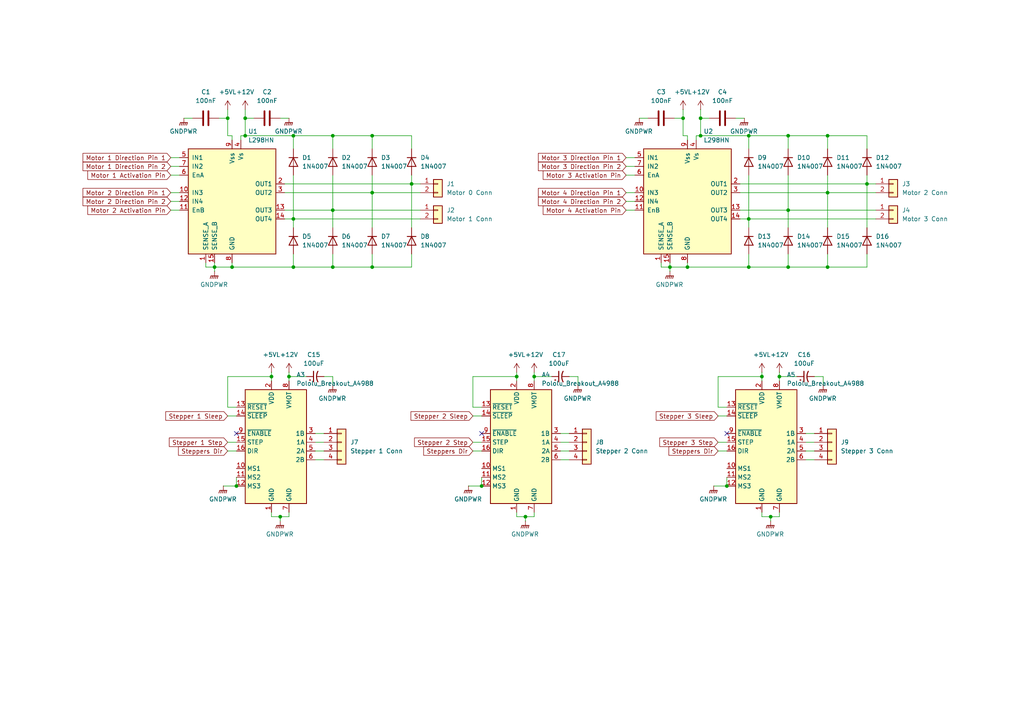
<source format=kicad_sch>
(kicad_sch (version 20250114) (generator "eeschema") (generator_version "9.0")
  (paper "A4")
  (lib_symbols
    (symbol "Connector_Generic:Conn_01x02" (pin_names (offset 1.016) (hide yes))
      (property "Reference" "J" (at 0 2.54 0))
      (property "Value" "Conn_01x02" (at 0 -5.08 0))
      (symbol "Conn_01x02_1_1"
        (rectangle (start -1.27 1.27) (end 1.27 -3.81) (stroke (width 0.254)) (fill (type background)))
        (rectangle (start -1.27 0.127) (end 0 -0.127) (stroke (width 0.1524)))
        (rectangle (start -1.27 -2.413) (end 0 -2.667) (stroke (width 0.1524)))
        (pin passive line (at -5.08 0 0) (length 3.81) (name "Pin_1") (number "1"))
        (pin passive line (at -5.08 -2.54 0) (length 3.81) (name "Pin_2") (number "2"))
      )
    )
    (symbol "Connector_Generic:Conn_01x04" (pin_names (offset 1.016) (hide yes))
      (property "Reference" "J" (at 0 5.08 0))
      (property "Value" "Conn_01x04" (at 0 -7.62 0))
      (symbol "Conn_01x04_1_1"
        (rectangle (start -1.27 3.81) (end 1.27 -6.35) (stroke (width 0.254)) (fill (type background)))
        (rectangle (start -1.27 2.667) (end 0 2.413) (stroke (width 0.1524)))
        (rectangle (start -1.27 0.127) (end 0 -0.127) (stroke (width 0.1524)))
        (rectangle (start -1.27 -2.413) (end 0 -2.667) (stroke (width 0.1524)))
        (rectangle (start -1.27 -4.953) (end 0 -5.207) (stroke (width 0.1524)))
        (pin passive line (at -5.08 2.54 0) (length 3.81) (name "Pin_1") (number "1"))
        (pin passive line (at -5.08 0 0) (length 3.81) (name "Pin_2") (number "2"))
        (pin passive line (at -5.08 -2.54 0) (length 3.81) (name "Pin_3") (number "3"))
        (pin passive line (at -5.08 -5.08 0) (length 3.81) (name "Pin_4") (number "4"))
      )
    )
    (symbol "Device:C" (pin_numbers (hide yes)) (pin_names (offset 0.254))
      (property "Reference" "C" (at 0.635 2.54 0))
      (property "Value" "C" (at 0.635 -2.54 0))
      (symbol "C_0_1"
        (polyline (pts (xy -2.032 0.762) (xy 2.032 0.762)) (stroke (width 0.508)))
        (polyline (pts (xy -2.032 -0.762) (xy 2.032 -0.762)) (stroke (width 0.508)))
      )
      (symbol "C_1_1"
        (pin passive line (at 0 3.81 270) (length 2.794) (name "~") (number "1"))
        (pin passive line (at 0 -3.81 90) (length 2.794) (name "~") (number "2"))
      )
    )
    (symbol "Device:C_Polarized_Small_US" (pin_numbers (hide yes)) (pin_names (offset 0.254) (hide yes))
      (property "Reference" "C" (at 0.254 1.778 0))
      (property "Value" "C_Polarized_Small_US" (at 0.254 -2.032 0))
      (symbol "C_Polarized_Small_US_0_1"
        (polyline (pts (xy -1.524 0.508) (xy 1.524 0.508)) (stroke (width 0.3048)))
        (polyline (pts (xy -1.27 1.524) (xy -0.762 1.524)))
        (polyline (pts (xy -1.016 1.27) (xy -1.016 1.778)))
        (arc (start -1.524 -0.762) (mid 0 -0.3734) (end 1.524 -0.762) (stroke (width 0.3048)))
      )
      (symbol "C_Polarized_Small_US_1_1"
        (pin passive line (at 0 2.54 270) (length 2.032) (name "~") (number "1"))
        (pin passive line (at 0 -2.54 90) (length 2.032) (name "~") (number "2"))
      )
    )
    (symbol "Diode:1N4007" (pin_numbers (hide yes)) (pin_names (hide yes))
      (property "Reference" "D" (at 0 2.54 0))
      (property "Value" "1N4007" (at 0 -2.54 0))
      (symbol "1N4007_0_1"
        (polyline (pts (xy -1.27 1.27) (xy -1.27 -1.27)) (stroke (width 0.254)))
        (polyline (pts (xy 1.27 1.27) (xy 1.27 -1.27) (xy -1.27 0) (xy 1.27 1.27)) (stroke (width 0.254)))
        (polyline (pts (xy 1.27 0) (xy -1.27 0)))
      )
      (symbol "1N4007_1_1"
        (pin passive line (at -3.81 0 0) (length 2.54) (name "K") (number "1"))
        (pin passive line (at 3.81 0 180) (length 2.54) (name "A") (number "2"))
      )
    )
    (symbol "Driver_Motor:L298HN" (pin_names (offset 1.016))
      (property "Reference" "U" (at -10.16 16.51 0))
      (property "Value" "L298HN" (at 12.7 16.51 0))
      (symbol "L298HN_0_1"
        (rectangle (start -12.7 15.24) (end 12.7 -15.24) (stroke (width 0.254)) (fill (type background)))
      )
      (symbol "L298HN_1_1"
        (pin input line (at -15.24 12.7 0) (length 2.54) (name "IN1") (number "5"))
        (pin input line (at -15.24 10.16 0) (length 2.54) (name "IN2") (number "7"))
        (pin input line (at -15.24 7.62 0) (length 2.54) (name "EnA") (number "6"))
        (pin input line (at -15.24 2.54 0) (length 2.54) (name "IN3") (number "10"))
        (pin input line (at -15.24 0 0) (length 2.54) (name "IN4") (number "12"))
        (pin input line (at -15.24 -2.54 0) (length 2.54) (name "EnB") (number "11"))
        (pin power_in line (at -7.62 -17.78 90) (length 2.54) (name "SENSE_A") (number "1"))
        (pin power_in line (at -5.08 -17.78 90) (length 2.54) (name "SENSE_B") (number "15"))
        (pin power_in line (at 0 17.78 270) (length 2.54) (name "Vss") (number "9"))
        (pin power_in line (at 0 -17.78 90) (length 2.54) (name "GND") (number "8"))
        (pin power_in line (at 2.54 17.78 270) (length 2.54) (name "Vs") (number "4"))
        (pin output line (at 15.24 5.08 180) (length 2.54) (name "OUT1") (number "2"))
        (pin output line (at 15.24 2.54 180) (length 2.54) (name "OUT2") (number "3"))
        (pin output line (at 15.24 -2.54 180) (length 2.54) (name "OUT3") (number "13"))
        (pin output line (at 15.24 -5.08 180) (length 2.54) (name "OUT4") (number "14"))
      )
    )
    (symbol "Driver_Motor:Pololu_Breakout_A4988"
      (property "Reference" "A" (at -2.54 19.05 0))
      (property "Value" "Pololu_Breakout_A4988" (at -2.54 16.51 0))
      (symbol "Pololu_Breakout_A4988_0_1"
        (rectangle (start 10.16 -17.78) (end -7.62 15.24) (stroke (width 0.254)) (fill (type background)))
      )
      (symbol "Pololu_Breakout_A4988_1_1"
        (pin input line (at -10.16 10.16 0) (length 2.54) (name "~{RESET}") (number "13"))
        (pin input line (at -10.16 7.62 0) (length 2.54) (name "~{SLEEP}") (number "14"))
        (pin input line (at -10.16 2.54 0) (length 2.54) (name "~{ENABLE}") (number "9"))
        (pin input line (at -10.16 0 0) (length 2.54) (name "STEP") (number "15"))
        (pin input line (at -10.16 -2.54 0) (length 2.54) (name "DIR") (number "16"))
        (pin input line (at -10.16 -7.62 0) (length 2.54) (name "MS1") (number "10"))
        (pin input line (at -10.16 -10.16 0) (length 2.54) (name "MS2") (number "11"))
        (pin input line (at -10.16 -12.7 0) (length 2.54) (name "MS3") (number "12"))
        (pin power_in line (at 0 17.78 270) (length 2.54) (name "VDD") (number "2"))
        (pin power_in line (at 0 -20.32 90) (length 2.54) (name "GND") (number "1"))
        (pin power_in line (at 5.08 17.78 270) (length 2.54) (name "VMOT") (number "8"))
        (pin power_in line (at 5.08 -20.32 90) (length 2.54) (name "GND") (number "7"))
        (pin output line (at 12.7 2.54 180) (length 2.54) (name "1B") (number "3"))
        (pin output line (at 12.7 0 180) (length 2.54) (name "1A") (number "4"))
        (pin output line (at 12.7 -2.54 180) (length 2.54) (name "2A") (number "5"))
        (pin output line (at 12.7 -5.08 180) (length 2.54) (name "2B") (number "6"))
      )
    )
    (symbol "power:+12V" (power) (pin_numbers (hide yes)) (pin_names (offset 0) (hide yes))
      (property "Value" "+12V" (at 0 3.556 0))
      (symbol "+12V_0_1"
        (polyline (pts (xy -0.762 1.27) (xy 0 2.54)))
        (polyline (pts (xy 0 2.54) (xy 0.762 1.27)))
        (polyline (pts (xy 0 0) (xy 0 2.54)))
      )
      (symbol "+12V_1_1"
        (pin power_in line (at 0 0 90) (length 0) (name "~") (number "1"))
      )
    )
    (symbol "power:+5VL" (power) (pin_numbers (hide yes)) (pin_names (offset 0) (hide yes))
      (property "Value" "+5VL" (at 0 3.556 0))
      (symbol "+5VL_0_1"
        (polyline (pts (xy -0.762 1.27) (xy 0 2.54)))
        (polyline (pts (xy 0 2.54) (xy 0.762 1.27)))
        (polyline (pts (xy 0 0) (xy 0 2.54)))
      )
      (symbol "+5VL_1_1"
        (pin power_in line (at 0 0 90) (length 0) (name "~") (number "1"))
      )
    )
    (symbol "power:GNDPWR" (power) (pin_numbers (hide yes)) (pin_names (offset 0) (hide yes))
      (property "Value" "GNDPWR" (at 0 -3.302 0))
      (symbol "GNDPWR_0_1"
        (polyline (pts (xy -1.016 -1.27) (xy -1.27 -2.032) (xy -1.27 -2.032)) (stroke (width 0.2032)))
        (polyline (pts (xy -0.508 -1.27) (xy -0.762 -2.032) (xy -0.762 -2.032)) (stroke (width 0.2032)))
        (polyline (pts (xy 0 -1.27) (xy 0 0)))
        (polyline (pts (xy 0 -1.27) (xy -0.254 -2.032) (xy -0.254 -2.032)) (stroke (width 0.2032)))
        (polyline (pts (xy 0.508 -1.27) (xy 0.254 -2.032) (xy 0.254 -2.032)) (stroke (width 0.2032)))
        (polyline (pts (xy 1.016 -1.27) (xy -1.016 -1.27) (xy -1.016 -1.27)) (stroke (width 0.2032)))
        (polyline (pts (xy 1.016 -1.27) (xy 0.762 -2.032) (xy 0.762 -2.032) (xy 0.762 -2.032)) (stroke (width 0.2032)))
      )
      (symbol "GNDPWR_1_1"
        (pin power_in line (at 0 0 270) (length 0) (name "~") (number "1"))
      )
    )
  )
  (junction (at 228.6 60.96))
  (junction (at 78.74 109.22))
  (junction (at 149.86 109.22))
  (junction (at 83.82 109.22))
  (junction (at 107.95 39.37))
  (junction (at 96.52 77.47))
  (junction (at 228.6 77.47))
  (junction (at 154.94 109.22))
  (junction (at 85.09 77.47))
  (junction (at 81.28 149.86))
  (junction (at 217.17 63.5))
  (junction (at 85.09 39.37))
  (junction (at 96.52 60.96))
  (junction (at 194.31 77.47))
  (junction (at 210.82 140.97))
  (junction (at 152.4 149.86))
  (junction (at 119.38 53.34))
  (junction (at 240.03 39.37))
  (junction (at 223.52 149.86))
  (junction (at 66.04 34.29))
  (junction (at 240.03 55.88))
  (junction (at 203.2 34.29))
  (junction (at 67.31 77.47))
  (junction (at 85.09 63.5))
  (junction (at 107.95 55.88))
  (junction (at 240.03 77.47))
  (junction (at 198.12 34.29))
  (junction (at 217.17 39.37))
  (junction (at 203.2 39.37))
  (junction (at 217.17 77.47))
  (junction (at 71.12 34.29))
  (junction (at 68.58 140.97))
  (junction (at 251.46 53.34))
  (junction (at 199.39 77.47))
  (junction (at 71.12 39.37))
  (junction (at 107.95 77.47))
  (junction (at 62.23 77.47))
  (junction (at 96.52 39.37))
  (junction (at 220.98 109.22))
  (junction (at 226.06 109.22))
  (junction (at 139.7 140.97))
  (junction (at 228.6 39.37))
  (no_connect (at 68.58 125.73))
  (no_connect (at 210.82 125.73))
  (no_connect (at 139.7 125.73))
  (wire (pts (xy 207.01 140.97) (xy 210.82 140.97)))
  (wire (pts (xy 217.17 63.5) (xy 254 63.5)))
  (wire (pts (xy 71.12 34.29) (xy 71.12 39.37)))
  (wire (pts (xy 198.12 31.75) (xy 198.12 34.29)))
  (wire (pts (xy 181.61 45.72) (xy 184.15 45.72)))
  (wire (pts (xy 238.76 109.22) (xy 238.76 111.76)))
  (wire (pts (xy 107.95 39.37) (xy 119.38 39.37)))
  (wire (pts (xy 220.98 149.86) (xy 223.52 149.86)))
  (wire (pts (xy 85.09 63.5) (xy 85.09 66.04)))
  (wire (pts (xy 59.69 76.2) (xy 59.69 77.47)))
  (wire (pts (xy 214.63 60.96) (xy 228.6 60.96)))
  (wire (pts (xy 228.6 77.47) (xy 240.03 77.47)))
  (wire (pts (xy 208.28 109.22) (xy 220.98 109.22)))
  (wire (pts (xy 217.17 63.5) (xy 217.17 66.04)))
  (wire (pts (xy 201.93 39.37) (xy 203.2 39.37)))
  (wire (pts (xy 191.77 77.47) (xy 194.31 77.47)))
  (wire (pts (xy 251.46 50.8) (xy 251.46 53.34)))
  (wire (pts (xy 82.55 63.5) (xy 85.09 63.5)))
  (wire (pts (xy 233.68 125.73) (xy 236.22 125.73)))
  (wire (pts (xy 199.39 76.2) (xy 199.39 77.47)))
  (wire (pts (xy 139.7 138.43) (xy 139.7 140.97)))
  (wire (pts (xy 226.06 109.22) (xy 226.06 110.49)))
  (wire (pts (xy 214.63 63.5) (xy 217.17 63.5)))
  (wire (pts (xy 66.04 39.37) (xy 67.31 39.37)))
  (wire (pts (xy 223.52 151.13) (xy 223.52 149.86)))
  (wire (pts (xy 217.17 43.18) (xy 217.17 39.37)))
  (wire (pts (xy 119.38 73.66) (xy 119.38 77.47)))
  (wire (pts (xy 214.63 55.88) (xy 240.03 55.88)))
  (wire (pts (xy 91.44 125.73) (xy 93.98 125.73)))
  (wire (pts (xy 162.56 133.35) (xy 165.1 133.35)))
  (wire (pts (xy 66.04 120.65) (xy 68.58 120.65)))
  (wire (pts (xy 240.03 73.66) (xy 240.03 77.47)))
  (wire (pts (xy 85.09 77.47) (xy 96.52 77.47)))
  (wire (pts (xy 81.28 151.13) (xy 81.28 149.86)))
  (wire (pts (xy 91.44 130.81) (xy 93.98 130.81)))
  (wire (pts (xy 49.53 45.72) (xy 52.07 45.72)))
  (wire (pts (xy 96.52 50.8) (xy 96.52 60.96)))
  (wire (pts (xy 66.04 109.22) (xy 78.74 109.22)))
  (wire (pts (xy 162.56 130.81) (xy 165.1 130.81)))
  (wire (pts (xy 85.09 73.66) (xy 85.09 77.47)))
  (wire (pts (xy 217.17 50.8) (xy 217.17 63.5)))
  (wire (pts (xy 217.17 73.66) (xy 217.17 77.47)))
  (wire (pts (xy 162.56 125.73) (xy 165.1 125.73)))
  (wire (pts (xy 67.31 76.2) (xy 67.31 77.47)))
  (wire (pts (xy 67.31 39.37) (xy 67.31 40.64)))
  (wire (pts (xy 107.95 55.88) (xy 121.92 55.88)))
  (wire (pts (xy 63.5 34.29) (xy 66.04 34.29)))
  (wire (pts (xy 83.82 107.95) (xy 83.82 109.22)))
  (wire (pts (xy 199.39 77.47) (xy 217.17 77.47)))
  (wire (pts (xy 68.58 138.43) (xy 68.58 140.97)))
  (wire (pts (xy 154.94 109.22) (xy 160.02 109.22)))
  (wire (pts (xy 181.61 50.8) (xy 184.15 50.8)))
  (wire (pts (xy 226.06 107.95) (xy 226.06 109.22)))
  (wire (pts (xy 167.64 109.22) (xy 167.64 111.76)))
  (wire (pts (xy 53.34 34.29) (xy 55.88 34.29)))
  (wire (pts (xy 96.52 109.22) (xy 96.52 111.76)))
  (wire (pts (xy 220.98 107.95) (xy 220.98 109.22)))
  (wire (pts (xy 198.12 34.29) (xy 198.12 39.37)))
  (wire (pts (xy 107.95 55.88) (xy 107.95 66.04)))
  (wire (pts (xy 137.16 128.27) (xy 139.7 128.27)))
  (wire (pts (xy 154.94 148.59) (xy 154.94 149.86)))
  (wire (pts (xy 228.6 73.66) (xy 228.6 77.47)))
  (wire (pts (xy 220.98 148.59) (xy 220.98 149.86)))
  (wire (pts (xy 96.52 39.37) (xy 107.95 39.37)))
  (wire (pts (xy 203.2 39.37) (xy 217.17 39.37)))
  (wire (pts (xy 162.56 128.27) (xy 165.1 128.27)))
  (wire (pts (xy 96.52 73.66) (xy 96.52 77.47)))
  (wire (pts (xy 93.98 109.22) (xy 96.52 109.22)))
  (wire (pts (xy 228.6 60.96) (xy 254 60.96)))
  (wire (pts (xy 137.16 118.11) (xy 139.7 118.11)))
  (wire (pts (xy 203.2 34.29) (xy 205.74 34.29)))
  (wire (pts (xy 83.82 109.22) (xy 88.9 109.22)))
  (wire (pts (xy 149.86 109.22) (xy 149.86 110.49)))
  (wire (pts (xy 240.03 50.8) (xy 240.03 55.88)))
  (wire (pts (xy 83.82 149.86) (xy 81.28 149.86)))
  (wire (pts (xy 91.44 128.27) (xy 93.98 128.27)))
  (wire (pts (xy 220.98 109.22) (xy 220.98 110.49)))
  (wire (pts (xy 49.53 50.8) (xy 52.07 50.8)))
  (wire (pts (xy 165.1 109.22) (xy 167.64 109.22)))
  (wire (pts (xy 66.04 31.75) (xy 66.04 34.29)))
  (wire (pts (xy 181.61 48.26) (xy 184.15 48.26)))
  (wire (pts (xy 208.28 118.11) (xy 210.82 118.11)))
  (wire (pts (xy 83.82 109.22) (xy 83.82 110.49)))
  (wire (pts (xy 66.04 118.11) (xy 68.58 118.11)))
  (wire (pts (xy 199.39 39.37) (xy 198.12 39.37)))
  (wire (pts (xy 85.09 63.5) (xy 121.92 63.5)))
  (wire (pts (xy 199.39 77.47) (xy 194.31 77.47)))
  (wire (pts (xy 240.03 55.88) (xy 240.03 66.04)))
  (wire (pts (xy 137.16 118.11) (xy 137.16 109.22)))
  (wire (pts (xy 233.68 133.35) (xy 236.22 133.35)))
  (wire (pts (xy 107.95 73.66) (xy 107.95 77.47)))
  (wire (pts (xy 81.28 34.29) (xy 83.82 34.29)))
  (wire (pts (xy 240.03 55.88) (xy 254 55.88)))
  (wire (pts (xy 203.2 34.29) (xy 203.2 39.37)))
  (wire (pts (xy 149.86 148.59) (xy 149.86 149.86)))
  (wire (pts (xy 208.28 130.81) (xy 210.82 130.81)))
  (wire (pts (xy 78.74 109.22) (xy 78.74 110.49)))
  (wire (pts (xy 91.44 133.35) (xy 93.98 133.35)))
  (wire (pts (xy 208.28 120.65) (xy 210.82 120.65)))
  (wire (pts (xy 107.95 50.8) (xy 107.95 55.88)))
  (wire (pts (xy 137.16 120.65) (xy 139.7 120.65)))
  (wire (pts (xy 119.38 43.18) (xy 119.38 39.37)))
  (wire (pts (xy 154.94 107.95) (xy 154.94 109.22)))
  (wire (pts (xy 82.55 60.96) (xy 96.52 60.96)))
  (wire (pts (xy 240.03 39.37) (xy 240.03 43.18)))
  (wire (pts (xy 82.55 55.88) (xy 107.95 55.88)))
  (wire (pts (xy 137.16 130.81) (xy 139.7 130.81)))
  (wire (pts (xy 64.77 140.97) (xy 68.58 140.97)))
  (wire (pts (xy 152.4 151.13) (xy 152.4 149.86)))
  (wire (pts (xy 228.6 50.8) (xy 228.6 60.96)))
  (wire (pts (xy 71.12 39.37) (xy 85.09 39.37)))
  (wire (pts (xy 210.82 138.43) (xy 210.82 140.97)))
  (wire (pts (xy 226.06 148.59) (xy 226.06 149.86)))
  (wire (pts (xy 66.04 34.29) (xy 66.04 39.37)))
  (wire (pts (xy 149.86 107.95) (xy 149.86 109.22)))
  (wire (pts (xy 214.63 53.34) (xy 251.46 53.34)))
  (wire (pts (xy 228.6 39.37) (xy 217.17 39.37)))
  (wire (pts (xy 83.82 148.59) (xy 83.82 149.86)))
  (wire (pts (xy 85.09 77.47) (xy 67.31 77.47)))
  (wire (pts (xy 195.58 34.29) (xy 198.12 34.29)))
  (wire (pts (xy 96.52 60.96) (xy 121.92 60.96)))
  (wire (pts (xy 251.46 39.37) (xy 240.03 39.37)))
  (wire (pts (xy 69.85 39.37) (xy 69.85 40.64)))
  (wire (pts (xy 71.12 34.29) (xy 73.66 34.29)))
  (wire (pts (xy 228.6 60.96) (xy 228.6 66.04)))
  (wire (pts (xy 71.12 39.37) (xy 69.85 39.37)))
  (wire (pts (xy 107.95 39.37) (xy 107.95 43.18)))
  (wire (pts (xy 236.22 109.22) (xy 238.76 109.22)))
  (wire (pts (xy 78.74 148.59) (xy 78.74 149.86)))
  (wire (pts (xy 96.52 39.37) (xy 96.52 43.18)))
  (wire (pts (xy 62.23 77.47) (xy 67.31 77.47)))
  (wire (pts (xy 85.09 50.8) (xy 85.09 63.5)))
  (wire (pts (xy 251.46 53.34) (xy 251.46 66.04)))
  (wire (pts (xy 96.52 60.96) (xy 96.52 66.04)))
  (wire (pts (xy 240.03 77.47) (xy 251.46 77.47)))
  (wire (pts (xy 240.03 39.37) (xy 228.6 39.37)))
  (wire (pts (xy 149.86 149.86) (xy 152.4 149.86)))
  (wire (pts (xy 233.68 130.81) (xy 236.22 130.81)))
  (wire (pts (xy 66.04 128.27) (xy 68.58 128.27)))
  (wire (pts (xy 203.2 31.75) (xy 203.2 34.29)))
  (wire (pts (xy 49.53 60.96) (xy 52.07 60.96)))
  (wire (pts (xy 226.06 149.86) (xy 223.52 149.86)))
  (wire (pts (xy 181.61 60.96) (xy 184.15 60.96)))
  (wire (pts (xy 185.42 34.29) (xy 187.96 34.29)))
  (wire (pts (xy 85.09 39.37) (xy 85.09 43.18)))
  (wire (pts (xy 96.52 77.47) (xy 107.95 77.47)))
  (wire (pts (xy 71.12 31.75) (xy 71.12 34.29)))
  (wire (pts (xy 208.28 118.11) (xy 208.28 109.22)))
  (wire (pts (xy 233.68 128.27) (xy 236.22 128.27)))
  (wire (pts (xy 137.16 109.22) (xy 149.86 109.22)))
  (wire (pts (xy 217.17 77.47) (xy 228.6 77.47)))
  (wire (pts (xy 78.74 107.95) (xy 78.74 109.22)))
  (wire (pts (xy 82.55 53.34) (xy 119.38 53.34)))
  (wire (pts (xy 49.53 48.26) (xy 52.07 48.26)))
  (wire (pts (xy 49.53 55.88) (xy 52.07 55.88)))
  (wire (pts (xy 201.93 40.64) (xy 201.93 39.37)))
  (wire (pts (xy 226.06 109.22) (xy 231.14 109.22)))
  (wire (pts (xy 194.31 77.47) (xy 194.31 76.2)))
  (wire (pts (xy 208.28 128.27) (xy 210.82 128.27)))
  (wire (pts (xy 85.09 39.37) (xy 96.52 39.37)))
  (wire (pts (xy 135.89 140.97) (xy 139.7 140.97)))
  (wire (pts (xy 181.61 58.42) (xy 184.15 58.42)))
  (wire (pts (xy 154.94 149.86) (xy 152.4 149.86)))
  (wire (pts (xy 251.46 73.66) (xy 251.46 77.47)))
  (wire (pts (xy 119.38 50.8) (xy 119.38 53.34)))
  (wire (pts (xy 66.04 118.11) (xy 66.04 109.22)))
  (wire (pts (xy 154.94 109.22) (xy 154.94 110.49)))
  (wire (pts (xy 191.77 76.2) (xy 191.77 77.47)))
  (wire (pts (xy 49.53 58.42) (xy 52.07 58.42)))
  (wire (pts (xy 199.39 40.64) (xy 199.39 39.37)))
  (wire (pts (xy 194.31 77.47) (xy 194.31 78.74)))
  (wire (pts (xy 62.23 76.2) (xy 62.23 77.47)))
  (wire (pts (xy 62.23 77.47) (xy 62.23 78.74)))
  (wire (pts (xy 213.36 34.29) (xy 215.9 34.29)))
  (wire (pts (xy 251.46 43.18) (xy 251.46 39.37)))
  (wire (pts (xy 59.69 77.47) (xy 62.23 77.47)))
  (wire (pts (xy 251.46 53.34) (xy 254 53.34)))
  (wire (pts (xy 119.38 53.34) (xy 119.38 66.04)))
  (wire (pts (xy 181.61 55.88) (xy 184.15 55.88)))
  (wire (pts (xy 107.95 77.47) (xy 119.38 77.47)))
  (wire (pts (xy 119.38 53.34) (xy 121.92 53.34)))
  (wire (pts (xy 228.6 43.18) (xy 228.6 39.37)))
  (wire (pts (xy 66.04 130.81) (xy 68.58 130.81)))
  (wire (pts (xy 78.74 149.86) (xy 81.28 149.86)))
  (global_label "Motor 3 Direction Pin 1" (shape input) (at 181.61 45.72 180) (property "Intersheetrefs" "${INTERSHEET_REFS}" (effects (hide yes))))
  (global_label "Stepper 1 Step" (shape input) (at 66.04 128.27 180) (property "Intersheetrefs" "${INTERSHEET_REFS}" (effects (hide yes))))
  (global_label "Motor 4 Activation Pin" (shape input) (at 181.61 60.96 180) (property "Intersheetrefs" "${INTERSHEET_REFS}" (effects (hide yes))))
  (global_label "Stepper 3 Step" (shape input) (at 208.28 128.27 180) (property "Intersheetrefs" "${INTERSHEET_REFS}" (effects (hide yes))))
  (global_label "Stepper 2 Sleep" (shape input) (at 137.16 120.65 180) (property "Intersheetrefs" "${INTERSHEET_REFS}" (effects (hide yes))))
  (global_label "Motor 1 Activation Pin" (shape input) (at 49.53 50.8 180) (property "Intersheetrefs" "${INTERSHEET_REFS}" (effects (hide yes))))
  (global_label "Steppers Dir" (shape input) (at 66.04 130.81 180) (property "Intersheetrefs" "${INTERSHEET_REFS}" (effects (hide yes))))
  (global_label "Motor 3 Activation Pin" (shape input) (at 181.61 50.8 180) (property "Intersheetrefs" "${INTERSHEET_REFS}" (effects (hide yes))))
  (global_label "Motor 2 Direction Pin 1" (shape input) (at 49.53 55.88 180) (property "Intersheetrefs" "${INTERSHEET_REFS}" (effects (hide yes))))
  (global_label "Motor 3 Direction Pin 2" (shape input) (at 181.61 48.26 180) (property "Intersheetrefs" "${INTERSHEET_REFS}" (effects (hide yes))))
  (global_label "Motor 1 Direction Pin 1" (shape input) (at 49.53 45.72 180) (property "Intersheetrefs" "${INTERSHEET_REFS}" (effects (hide yes))))
  (global_label "Motor 4 Direction Pin 2" (shape input) (at 181.61 58.42 180) (property "Intersheetrefs" "${INTERSHEET_REFS}" (effects (hide yes))))
  (global_label "Stepper 2 Step" (shape input) (at 137.16 128.27 180) (property "Intersheetrefs" "${INTERSHEET_REFS}" (effects (hide yes))))
  (global_label "Steppers Dir" (shape input) (at 208.28 130.81 180) (property "Intersheetrefs" "${INTERSHEET_REFS}" (effects (hide yes))))
  (global_label "Steppers Dir" (shape input) (at 137.16 130.81 180) (property "Intersheetrefs" "${INTERSHEET_REFS}" (effects (hide yes))))
  (global_label "Motor 1 Direction Pin 2" (shape input) (at 49.53 48.26 180) (property "Intersheetrefs" "${INTERSHEET_REFS}" (effects (hide yes))))
  (global_label "Motor 4 Direction Pin 1" (shape input) (at 181.61 55.88 180) (property "Intersheetrefs" "${INTERSHEET_REFS}" (effects (hide yes))))
  (global_label "Stepper 1 Sleep" (shape input) (at 66.04 120.65 180) (property "Intersheetrefs" "${INTERSHEET_REFS}" (effects (hide yes))))
  (global_label "Motor 2 Activation Pin" (shape input) (at 49.53 60.96 180) (property "Intersheetrefs" "${INTERSHEET_REFS}" (effects (hide yes))))
  (global_label "Motor 2 Direction Pin 2" (shape input) (at 49.53 58.42 180) (property "Intersheetrefs" "${INTERSHEET_REFS}" (effects (hide yes))))
  (global_label "Stepper 3 Sleep" (shape input) (at 208.28 120.65 180) (property "Intersheetrefs" "${INTERSHEET_REFS}" (effects (hide yes))))
  (symbol (lib_id "Connector_Generic:Conn_01x02") (at 127 53.34 0) (unit 1)
    (property "Reference" "J1" (at 129.54 53.3399 0) (effects (justify left)))
    (property "Value" "Motor 0 Conn" (at 129.54 55.8799 0) (effects (justify left)))
    (property "Footprint" "Connector_PinHeader_2.54mm:PinHeader_1x02_P2.54mm_Vertical" (effects (hide yes)))
    (property "Description" "Generic connector, single row, 01x02, script generated (kicad-library-utils/schlib/autogen/connector/)" (effects (hide yes)))
  )
  (symbol (lib_id "Diode:1N4007") (at 85.09 46.99 270) (unit 1)
    (property "Reference" "D1" (at 87.63 45.7199 90) (effects (justify left)))
    (property "Value" "1N4007" (at 87.63 48.2599 90) (effects (justify left)))
    (property "Footprint" "Diode_THT:D_DO-41_SOD81_P10.16mm_Horizontal" (effects (hide yes)))
    (property "Datasheet" "http://www.vishay.com/docs/88503/1n4001.pdf" (effects (hide yes)))
    (property "Description" "1000V 1A General Purpose Rectifier Diode, DO-41" (effects (hide yes)))
    (property "Sim.Device" "D" (effects (hide yes)))
    (property "Sim.Pins" "1=K 2=A" (effects (hide yes)))
  )
  (symbol (lib_id "Driver_Motor:L298HN") (at 67.31 58.42 0) (unit 1)
    (property "Reference" "U1" (at 71.9933 38.1 0) (effects (justify left)))
    (property "Value" "L298HN" (at 71.9933 40.64 0) (effects (justify left)))
    (property "Footprint" "Package_TO_SOT_THT:TO-220-15_P2.54x5.08mm_StaggerOdd_Lead4.58mm_Vertical" (effects (hide yes)))
    (property "Datasheet" "http://www.st.com/st-web-ui/static/active/en/resource/technical/document/datasheet/CD00000240.pdf" (effects (hide yes)))
    (property "Description" "Dual full bridge motor driver, up to 46V, 4A, Multiwatt15-H" (effects (hide yes)))
  )
  (symbol (lib_id "Diode:1N4007") (at 217.17 69.85 270) (unit 1)
    (property "Reference" "D13" (at 219.71 68.5799 90) (effects (justify left)))
    (property "Value" "1N4007" (at 219.71 71.1199 90) (effects (justify left)))
    (property "Footprint" "Diode_THT:D_DO-41_SOD81_P10.16mm_Horizontal" (effects (hide yes)))
    (property "Datasheet" "http://www.vishay.com/docs/88503/1n4001.pdf" (effects (hide yes)))
    (property "Description" "1000V 1A General Purpose Rectifier Diode, DO-41" (effects (hide yes)))
    (property "Sim.Device" "D" (effects (hide yes)))
    (property "Sim.Pins" "1=K 2=A" (effects (hide yes)))
  )
  (symbol (lib_id "power:GNDPWR") (at 152.4 151.13 0) (unit 1)
    (property "Reference" "#PWR031" (effects (hide yes)))
    (property "Value" "GNDPWR" (at 152.273 154.94 0))
    (property "Description" "Power symbol creates a global label with name \"GNDPWR\" , global ground" (effects (hide yes)))
  )
  (symbol (lib_id "power:+12V") (at 71.12 31.75 0) (unit 1)
    (property "Reference" "#PWR04" (effects (hide yes)))
    (property "Value" "+12V" (at 71.12 26.67 0))
    (property "Description" "Power symbol creates a global label with name \"+12V\"" (effects (hide yes)))
  )
  (symbol (lib_id "power:GNDPWR") (at 215.9 34.29 0) (unit 1)
    (property "Reference" "#PWR010" (effects (hide yes)))
    (property "Value" "GNDPWR" (at 215.773 38.1 0))
    (property "Description" "Power symbol creates a global label with name \"GNDPWR\" , global ground" (effects (hide yes)))
  )
  (symbol (lib_id "Driver_Motor:Pololu_Breakout_A4988") (at 220.98 128.27 0) (unit 1)
    (property "Reference" "A5" (at 228.2033 107.95 0) (effects (justify left top)))
    (property "Value" "Pololu_Breakout_A4988" (at 228.2033 110.49 0) (effects (justify left top)))
    (property "Footprint" "Module:Pololu_Breakout-16_15.2x20.3mm" (effects (hide yes)))
    (property "Datasheet" "https://www.pololu.com/product/2980/pictures" (effects (hide yes)))
    (property "Description" "Pololu Breakout Board, Stepper Driver A4988" (effects (hide yes)))
  )
  (symbol (lib_id "power:GNDPWR") (at 53.34 34.29 0) (unit 1)
    (property "Reference" "#PWR08" (effects (hide yes)))
    (property "Value" "GNDPWR" (at 53.213 38.1 0))
    (property "Description" "Power symbol creates a global label with name \"GNDPWR\" , global ground" (effects (hide yes)))
  )
  (symbol (lib_id "Connector_Generic:Conn_01x02") (at 259.08 53.34 0) (unit 1)
    (property "Reference" "J3" (at 261.62 53.3399 0) (effects (justify left)))
    (property "Value" "Motor 2 Conn" (at 261.62 55.8799 0) (effects (justify left)))
    (property "Footprint" "Connector_PinHeader_2.54mm:PinHeader_1x02_P2.54mm_Vertical" (effects (hide yes)))
    (property "Description" "Generic connector, single row, 01x02, script generated (kicad-library-utils/schlib/autogen/connector/)" (effects (hide yes)))
  )
  (symbol (lib_id "Diode:1N4007") (at 96.52 69.85 270) (unit 1)
    (property "Reference" "D6" (at 99.06 68.5799 90) (effects (justify left)))
    (property "Value" "1N4007" (at 99.06 71.1199 90) (effects (justify left)))
    (property "Footprint" "Diode_THT:D_DO-41_SOD81_P10.16mm_Horizontal" (effects (hide yes)))
    (property "Datasheet" "http://www.vishay.com/docs/88503/1n4001.pdf" (effects (hide yes)))
    (property "Description" "1000V 1A General Purpose Rectifier Diode, DO-41" (effects (hide yes)))
    (property "Sim.Device" "D" (effects (hide yes)))
    (property "Sim.Pins" "1=K 2=A" (effects (hide yes)))
  )
  (symbol (lib_id "Diode:1N4007") (at 251.46 69.85 270) (unit 1)
    (property "Reference" "D16" (at 254 68.5799 90) (effects (justify left)))
    (property "Value" "1N4007" (at 254 71.1199 90) (effects (justify left)))
    (property "Footprint" "Diode_THT:D_DO-41_SOD81_P10.16mm_Horizontal" (effects (hide yes)))
    (property "Datasheet" "http://www.vishay.com/docs/88503/1n4001.pdf" (effects (hide yes)))
    (property "Description" "1000V 1A General Purpose Rectifier Diode, DO-41" (effects (hide yes)))
    (property "Sim.Device" "D" (effects (hide yes)))
    (property "Sim.Pins" "1=K 2=A" (effects (hide yes)))
  )
  (symbol (lib_id "Device:C_Polarized_Small_US") (at 91.44 109.22 90) (unit 1)
    (property "Reference" "C15" (at 91.0082 102.87 90))
    (property "Value" "100uF" (at 91.0082 105.41 90))
    (property "Footprint" "Capacitor_THT:CP_Radial_D5.0mm_P2.50mm" (effects (hide yes)))
    (property "Description" "Polarized capacitor, small US symbol" (effects (hide yes)))
  )
  (symbol (lib_id "Connector_Generic:Conn_01x04") (at 99.06 128.27 0) (unit 1)
    (property "Reference" "J7" (at 101.6 128.2699 0) (effects (justify left)))
    (property "Value" "Stepper 1 Conn" (at 101.6 130.8099 0) (effects (justify left)))
    (property "Footprint" "Connector_PinHeader_2.54mm:PinHeader_1x04_P2.54mm_Vertical" (effects (hide yes)))
    (property "Description" "Generic connector, single row, 01x04, script generated (kicad-library-utils/schlib/autogen/connector/)" (effects (hide yes)))
  )
  (symbol (lib_id "power:+12V") (at 83.82 107.95 0) (unit 1)
    (property "Reference" "#PWR026" (effects (hide yes)))
    (property "Value" "+12V" (at 83.82 102.87 0))
    (property "Description" "Power symbol creates a global label with name \"+12V\"" (effects (hide yes)))
  )
  (symbol (lib_id "power:GNDPWR") (at 64.77 140.97 0) (unit 1)
    (property "Reference" "#PWR047" (effects (hide yes)))
    (property "Value" "GNDPWR" (at 64.643 144.78 0))
    (property "Description" "Power symbol creates a global label with name \"GNDPWR\" , global ground" (effects (hide yes)))
  )
  (symbol (lib_id "power:GNDPWR") (at 81.28 151.13 0) (unit 1)
    (property "Reference" "#PWR028" (effects (hide yes)))
    (property "Value" "GNDPWR" (at 81.153 154.94 0))
    (property "Description" "Power symbol creates a global label with name \"GNDPWR\" , global ground" (effects (hide yes)))
  )
  (symbol (lib_id "power:GNDPWR") (at 96.52 111.76 0) (unit 1)
    (property "Reference" "#PWR029" (effects (hide yes)))
    (property "Value" "GNDPWR" (at 96.393 115.57 0))
    (property "Description" "Power symbol creates a global label with name \"GNDPWR\" , global ground" (effects (hide yes)))
  )
  (symbol (lib_id "Diode:1N4007") (at 217.17 46.99 270) (unit 1)
    (property "Reference" "D9" (at 219.71 45.7199 90) (effects (justify left)))
    (property "Value" "1N4007" (at 219.71 48.2599 90) (effects (justify left)))
    (property "Footprint" "Diode_THT:D_DO-41_SOD81_P10.16mm_Horizontal" (effects (hide yes)))
    (property "Datasheet" "http://www.vishay.com/docs/88503/1n4001.pdf" (effects (hide yes)))
    (property "Description" "1000V 1A General Purpose Rectifier Diode, DO-41" (effects (hide yes)))
    (property "Sim.Device" "D" (effects (hide yes)))
    (property "Sim.Pins" "1=K 2=A" (effects (hide yes)))
  )
  (symbol (lib_id "Diode:1N4007") (at 85.09 69.85 270) (unit 1)
    (property "Reference" "D5" (at 87.63 68.5799 90) (effects (justify left)))
    (property "Value" "1N4007" (at 87.63 71.1199 90) (effects (justify left)))
    (property "Footprint" "Diode_THT:D_DO-41_SOD81_P10.16mm_Horizontal" (effects (hide yes)))
    (property "Datasheet" "http://www.vishay.com/docs/88503/1n4001.pdf" (effects (hide yes)))
    (property "Description" "1000V 1A General Purpose Rectifier Diode, DO-41" (effects (hide yes)))
    (property "Sim.Device" "D" (effects (hide yes)))
    (property "Sim.Pins" "1=K 2=A" (effects (hide yes)))
  )
  (symbol (lib_id "power:+12V") (at 226.06 107.95 0) (unit 1)
    (property "Reference" "#PWR036" (effects (hide yes)))
    (property "Value" "+12V" (at 226.06 102.87 0))
    (property "Description" "Power symbol creates a global label with name \"+12V\"" (effects (hide yes)))
  )
  (symbol (lib_id "Diode:1N4007") (at 228.6 46.99 270) (unit 1)
    (property "Reference" "D10" (at 231.14 45.7199 90) (effects (justify left)))
    (property "Value" "1N4007" (at 231.14 48.2599 90) (effects (justify left)))
    (property "Footprint" "Diode_THT:D_DO-41_SOD81_P10.16mm_Horizontal" (effects (hide yes)))
    (property "Datasheet" "http://www.vishay.com/docs/88503/1n4001.pdf" (effects (hide yes)))
    (property "Description" "1000V 1A General Purpose Rectifier Diode, DO-41" (effects (hide yes)))
    (property "Sim.Device" "D" (effects (hide yes)))
    (property "Sim.Pins" "1=K 2=A" (effects (hide yes)))
  )
  (symbol (lib_id "Diode:1N4007") (at 96.52 46.99 270) (unit 1)
    (property "Reference" "D2" (at 99.06 45.7199 90) (effects (justify left)))
    (property "Value" "1N4007" (at 99.06 48.2599 90) (effects (justify left)))
    (property "Footprint" "Diode_THT:D_DO-41_SOD81_P10.16mm_Horizontal" (effects (hide yes)))
    (property "Datasheet" "http://www.vishay.com/docs/88503/1n4001.pdf" (effects (hide yes)))
    (property "Description" "1000V 1A General Purpose Rectifier Diode, DO-41" (effects (hide yes)))
    (property "Sim.Device" "D" (effects (hide yes)))
    (property "Sim.Pins" "1=K 2=A" (effects (hide yes)))
  )
  (symbol (lib_id "Diode:1N4007") (at 228.6 69.85 270) (unit 1)
    (property "Reference" "D14" (at 231.14 68.5799 90) (effects (justify left)))
    (property "Value" "1N4007" (at 231.14 71.1199 90) (effects (justify left)))
    (property "Footprint" "Diode_THT:D_DO-41_SOD81_P10.16mm_Horizontal" (effects (hide yes)))
    (property "Datasheet" "http://www.vishay.com/docs/88503/1n4001.pdf" (effects (hide yes)))
    (property "Description" "1000V 1A General Purpose Rectifier Diode, DO-41" (effects (hide yes)))
    (property "Sim.Device" "D" (effects (hide yes)))
    (property "Sim.Pins" "1=K 2=A" (effects (hide yes)))
  )
  (symbol (lib_id "Connector_Generic:Conn_01x04") (at 170.18 128.27 0) (unit 1)
    (property "Reference" "J8" (at 172.72 128.2699 0) (effects (justify left)))
    (property "Value" "Stepper 2 Conn" (at 172.72 130.8099 0) (effects (justify left)))
    (property "Footprint" "Connector_PinHeader_2.54mm:PinHeader_1x04_P2.54mm_Vertical" (effects (hide yes)))
    (property "Description" "Generic connector, single row, 01x04, script generated (kicad-library-utils/schlib/autogen/connector/)" (effects (hide yes)))
  )
  (symbol (lib_id "Diode:1N4007") (at 240.03 69.85 270) (unit 1)
    (property "Reference" "D15" (at 242.57 68.5799 90) (effects (justify left)))
    (property "Value" "1N4007" (at 242.57 71.1199 90) (effects (justify left)))
    (property "Footprint" "Diode_THT:D_DO-41_SOD81_P10.16mm_Horizontal" (effects (hide yes)))
    (property "Datasheet" "http://www.vishay.com/docs/88503/1n4001.pdf" (effects (hide yes)))
    (property "Description" "1000V 1A General Purpose Rectifier Diode, DO-41" (effects (hide yes)))
    (property "Sim.Device" "D" (effects (hide yes)))
    (property "Sim.Pins" "1=K 2=A" (effects (hide yes)))
  )
  (symbol (lib_id "power:GNDPWR") (at 62.23 78.74 0) (unit 1)
    (property "Reference" "#PWR02" (effects (hide yes)))
    (property "Value" "GNDPWR" (at 62.103 82.55 0))
    (property "Description" "Power symbol creates a global label with name \"GNDPWR\" , global ground" (effects (hide yes)))
  )
  (symbol (lib_id "power:+5VL") (at 66.04 31.75 0) (unit 1)
    (property "Reference" "#PWR015" (effects (hide yes)))
    (property "Value" "+5VL" (at 66.04 26.67 0))
    (property "Description" "Power symbol creates a global label with name \"+5VL\"" (effects (hide yes)))
  )
  (symbol (lib_id "power:GNDPWR") (at 83.82 34.29 0) (unit 1)
    (property "Reference" "#PWR07" (effects (hide yes)))
    (property "Value" "GNDPWR" (at 83.693 38.1 0))
    (property "Description" "Power symbol creates a global label with name \"GNDPWR\" , global ground" (effects (hide yes)))
  )
  (symbol (lib_id "Driver_Motor:L298HN") (at 199.39 58.42 0) (unit 1)
    (property "Reference" "U2" (at 204.0733 38.1 0) (effects (justify left)))
    (property "Value" "L298HN" (at 204.0733 40.64 0) (effects (justify left)))
    (property "Footprint" "Package_TO_SOT_THT:TO-220-15_P2.54x5.08mm_StaggerOdd_Lead4.58mm_Vertical" (effects (hide yes)))
    (property "Datasheet" "http://www.st.com/st-web-ui/static/active/en/resource/technical/document/datasheet/CD00000240.pdf" (effects (hide yes)))
    (property "Description" "Dual full bridge motor driver, up to 46V, 4A, Multiwatt15-H" (effects (hide yes)))
  )
  (symbol (lib_id "Driver_Motor:Pololu_Breakout_A4988") (at 78.74 128.27 0) (unit 1)
    (property "Reference" "A3" (at 85.9633 107.95 0) (effects (justify left top)))
    (property "Value" "Pololu_Breakout_A4988" (at 85.9633 110.49 0) (effects (justify left top)))
    (property "Footprint" "Module:Pololu_Breakout-16_15.2x20.3mm" (effects (hide yes)))
    (property "Datasheet" "https://www.pololu.com/product/2980/pictures" (effects (hide yes)))
    (property "Description" "Pololu Breakout Board, Stepper Driver A4988" (effects (hide yes)))
  )
  (symbol (lib_id "power:GNDPWR") (at 167.64 111.76 0) (unit 1)
    (property "Reference" "#PWR033" (effects (hide yes)))
    (property "Value" "GNDPWR" (at 167.513 115.57 0))
    (property "Description" "Power symbol creates a global label with name \"GNDPWR\" , global ground" (effects (hide yes)))
  )
  (symbol (lib_id "Connector_Generic:Conn_01x02") (at 127 60.96 0) (unit 1)
    (property "Reference" "J2" (at 129.54 60.9599 0) (effects (justify left)))
    (property "Value" "Motor 1 Conn" (at 129.54 63.4999 0) (effects (justify left)))
    (property "Footprint" "Connector_PinHeader_2.54mm:PinHeader_1x02_P2.54mm_Vertical" (effects (hide yes)))
    (property "Description" "Generic connector, single row, 01x02, script generated (kicad-library-utils/schlib/autogen/connector/)" (effects (hide yes)))
  )
  (symbol (lib_id "Diode:1N4007") (at 251.46 46.99 270) (unit 1)
    (property "Reference" "D12" (at 254 45.7199 90) (effects (justify left)))
    (property "Value" "1N4007" (at 254 48.2599 90) (effects (justify left)))
    (property "Footprint" "Diode_THT:D_DO-41_SOD81_P10.16mm_Horizontal" (effects (hide yes)))
    (property "Datasheet" "http://www.vishay.com/docs/88503/1n4001.pdf" (effects (hide yes)))
    (property "Description" "1000V 1A General Purpose Rectifier Diode, DO-41" (effects (hide yes)))
    (property "Sim.Device" "D" (effects (hide yes)))
    (property "Sim.Pins" "1=K 2=A" (effects (hide yes)))
  )
  (symbol (lib_id "Diode:1N4007") (at 240.03 46.99 270) (unit 1)
    (property "Reference" "D11" (at 242.57 45.7199 90) (effects (justify left)))
    (property "Value" "1N4007" (at 242.57 48.2599 90) (effects (justify left)))
    (property "Footprint" "Diode_THT:D_DO-41_SOD81_P10.16mm_Horizontal" (effects (hide yes)))
    (property "Datasheet" "http://www.vishay.com/docs/88503/1n4001.pdf" (effects (hide yes)))
    (property "Description" "1000V 1A General Purpose Rectifier Diode, DO-41" (effects (hide yes)))
    (property "Sim.Device" "D" (effects (hide yes)))
    (property "Sim.Pins" "1=K 2=A" (effects (hide yes)))
  )
  (symbol (lib_id "power:GNDPWR") (at 185.42 34.29 0) (unit 1)
    (property "Reference" "#PWR09" (effects (hide yes)))
    (property "Value" "GNDPWR" (at 185.293 38.1 0))
    (property "Description" "Power symbol creates a global label with name \"GNDPWR\" , global ground" (effects (hide yes)))
  )
  (symbol (lib_id "power:+5VL") (at 198.12 31.75 0) (unit 1)
    (property "Reference" "#PWR03" (effects (hide yes)))
    (property "Value" "+5VL" (at 198.12 26.67 0))
    (property "Description" "Power symbol creates a global label with name \"+5VL\"" (effects (hide yes)))
  )
  (symbol (lib_id "power:GNDPWR") (at 223.52 151.13 0) (unit 1)
    (property "Reference" "#PWR035" (effects (hide yes)))
    (property "Value" "GNDPWR" (at 223.393 154.94 0))
    (property "Description" "Power symbol creates a global label with name \"GNDPWR\" , global ground" (effects (hide yes)))
  )
  (symbol (lib_id "Device:C") (at 77.47 34.29 270) (unit 1)
    (property "Reference" "C2" (at 77.47 26.67 90))
    (property "Value" "100nF" (at 77.47 29.21 90))
    (property "Footprint" "Capacitor_THT:C_Disc_D4.3mm_W1.9mm_P5.00mm" (effects (hide yes)))
    (property "Description" "Unpolarized capacitor" (effects (hide yes)))
  )
  (symbol (lib_id "Connector_Generic:Conn_01x02") (at 259.08 60.96 0) (unit 1)
    (property "Reference" "J4" (at 261.62 60.9599 0) (effects (justify left)))
    (property "Value" "Motor 3 Conn" (at 261.62 63.4999 0) (effects (justify left)))
    (property "Footprint" "Connector_PinHeader_2.54mm:PinHeader_1x02_P2.54mm_Vertical" (effects (hide yes)))
    (property "Description" "Generic connector, single row, 01x02, script generated (kicad-library-utils/schlib/autogen/connector/)" (effects (hide yes)))
  )
  (symbol (lib_id "power:+12V") (at 203.2 31.75 0) (unit 1)
    (property "Reference" "#PWR06" (effects (hide yes)))
    (property "Value" "+12V" (at 203.2 26.67 0))
    (property "Description" "Power symbol creates a global label with name \"+12V\"" (effects (hide yes)))
  )
  (symbol (lib_id "power:+5VL") (at 220.98 107.95 0) (unit 1)
    (property "Reference" "#PWR034" (effects (hide yes)))
    (property "Value" "+5VL" (at 220.98 102.87 0))
    (property "Description" "Power symbol creates a global label with name \"+5VL\"" (effects (hide yes)))
  )
  (symbol (lib_id "Device:C") (at 59.69 34.29 270) (unit 1)
    (property "Reference" "C1" (at 59.69 26.67 90))
    (property "Value" "100nF" (at 59.69 29.21 90))
    (property "Footprint" "Capacitor_THT:C_Disc_D4.3mm_W1.9mm_P5.00mm" (effects (hide yes)))
    (property "Description" "Unpolarized capacitor" (effects (hide yes)))
  )
  (symbol (lib_id "power:GNDPWR") (at 238.76 111.76 0) (unit 1)
    (property "Reference" "#PWR037" (effects (hide yes)))
    (property "Value" "GNDPWR" (at 238.633 115.57 0))
    (property "Description" "Power symbol creates a global label with name \"GNDPWR\" , global ground" (effects (hide yes)))
  )
  (symbol (lib_id "Diode:1N4007") (at 107.95 46.99 270) (unit 1)
    (property "Reference" "D3" (at 110.49 45.7199 90) (effects (justify left)))
    (property "Value" "1N4007" (at 110.49 48.2599 90) (effects (justify left)))
    (property "Footprint" "Diode_THT:D_DO-41_SOD81_P10.16mm_Horizontal" (effects (hide yes)))
    (property "Datasheet" "http://www.vishay.com/docs/88503/1n4001.pdf" (effects (hide yes)))
    (property "Description" "1000V 1A General Purpose Rectifier Diode, DO-41" (effects (hide yes)))
    (property "Sim.Device" "D" (effects (hide yes)))
    (property "Sim.Pins" "1=K 2=A" (effects (hide yes)))
  )
  (symbol (lib_id "Connector_Generic:Conn_01x04") (at 241.3 128.27 0) (unit 1)
    (property "Reference" "J9" (at 243.84 128.2699 0) (effects (justify left)))
    (property "Value" "Stepper 3 Conn" (at 243.84 130.8099 0) (effects (justify left)))
    (property "Footprint" "Connector_PinHeader_2.54mm:PinHeader_1x04_P2.54mm_Vertical" (effects (hide yes)))
    (property "Description" "Generic connector, single row, 01x04, script generated (kicad-library-utils/schlib/autogen/connector/)" (effects (hide yes)))
  )
  (symbol (lib_id "Diode:1N4007") (at 107.95 69.85 270) (unit 1)
    (property "Reference" "D7" (at 110.49 68.5799 90) (effects (justify left)))
    (property "Value" "1N4007" (at 110.49 71.1199 90) (effects (justify left)))
    (property "Footprint" "Diode_THT:D_DO-41_SOD81_P10.16mm_Horizontal" (effects (hide yes)))
    (property "Datasheet" "http://www.vishay.com/docs/88503/1n4001.pdf" (effects (hide yes)))
    (property "Description" "1000V 1A General Purpose Rectifier Diode, DO-41" (effects (hide yes)))
    (property "Sim.Device" "D" (effects (hide yes)))
    (property "Sim.Pins" "1=K 2=A" (effects (hide yes)))
  )
  (symbol (lib_id "Device:C_Polarized_Small_US") (at 162.56 109.22 90) (unit 1)
    (property "Reference" "C17" (at 162.1282 102.87 90))
    (property "Value" "100uF" (at 162.1282 105.41 90))
    (property "Footprint" "Capacitor_THT:CP_Radial_D5.0mm_P2.50mm" (effects (hide yes)))
    (property "Description" "Polarized capacitor, small US symbol" (effects (hide yes)))
  )
  (symbol (lib_id "power:GNDPWR") (at 135.89 140.97 0) (unit 1)
    (property "Reference" "#PWR048" (effects (hide yes)))
    (property "Value" "GNDPWR" (at 135.763 144.78 0))
    (property "Description" "Power symbol creates a global label with name \"GNDPWR\" , global ground" (effects (hide yes)))
  )
  (symbol (lib_id "Diode:1N4007") (at 119.38 69.85 270) (unit 1)
    (property "Reference" "D8" (at 121.92 68.5799 90) (effects (justify left)))
    (property "Value" "1N4007" (at 121.92 71.1199 90) (effects (justify left)))
    (property "Footprint" "Diode_THT:D_DO-41_SOD81_P10.16mm_Horizontal" (effects (hide yes)))
    (property "Datasheet" "http://www.vishay.com/docs/88503/1n4001.pdf" (effects (hide yes)))
    (property "Description" "1000V 1A General Purpose Rectifier Diode, DO-41" (effects (hide yes)))
    (property "Sim.Device" "D" (effects (hide yes)))
    (property "Sim.Pins" "1=K 2=A" (effects (hide yes)))
  )
  (symbol (lib_id "power:+12V") (at 154.94 107.95 0) (unit 1)
    (property "Reference" "#PWR032" (effects (hide yes)))
    (property "Value" "+12V" (at 154.94 102.87 0))
    (property "Description" "Power symbol creates a global label with name \"+12V\"" (effects (hide yes)))
  )
  (symbol (lib_id "Device:C") (at 209.55 34.29 90) (unit 1)
    (property "Reference" "C4" (at 209.55 26.67 90))
    (property "Value" "100nF" (at 209.55 29.21 90))
    (property "Footprint" "Capacitor_THT:C_Disc_D4.3mm_W1.9mm_P5.00mm" (effects (hide yes)))
    (property "Description" "Unpolarized capacitor" (effects (hide yes)))
  )
  (symbol (lib_id "Device:C") (at 191.77 34.29 90) (unit 1)
    (property "Reference" "C3" (at 191.77 26.67 90))
    (property "Value" "100nF" (at 191.77 29.21 90))
    (property "Footprint" "Capacitor_THT:C_Disc_D4.3mm_W1.9mm_P5.00mm" (effects (hide yes)))
    (property "Description" "Unpolarized capacitor" (effects (hide yes)))
  )
  (symbol (lib_id "Device:C_Polarized_Small_US") (at 233.68 109.22 90) (unit 1)
    (property "Reference" "C16" (at 233.2482 102.87 90))
    (property "Value" "100uF" (at 233.2482 105.41 90))
    (property "Footprint" "Capacitor_THT:CP_Radial_D5.0mm_P2.50mm" (effects (hide yes)))
    (property "Description" "Polarized capacitor, small US symbol" (effects (hide yes)))
  )
  (symbol (lib_id "Diode:1N4007") (at 119.38 46.99 270) (unit 1)
    (property "Reference" "D4" (at 121.92 45.7199 90) (effects (justify left)))
    (property "Value" "1N4007" (at 121.92 48.2599 90) (effects (justify left)))
    (property "Footprint" "Diode_THT:D_DO-41_SOD81_P10.16mm_Horizontal" (effects (hide yes)))
    (property "Datasheet" "http://www.vishay.com/docs/88503/1n4001.pdf" (effects (hide yes)))
    (property "Description" "1000V 1A General Purpose Rectifier Diode, DO-41" (effects (hide yes)))
    (property "Sim.Device" "D" (effects (hide yes)))
    (property "Sim.Pins" "1=K 2=A" (effects (hide yes)))
  )
  (symbol (lib_id "power:+5VL") (at 149.86 107.95 0) (unit 1)
    (property "Reference" "#PWR030" (effects (hide yes)))
    (property "Value" "+5VL" (at 149.86 102.87 0))
    (property "Description" "Power symbol creates a global label with name \"+5VL\"" (effects (hide yes)))
  )
  (symbol (lib_id "power:GNDPWR") (at 207.01 140.97 0) (unit 1)
    (property "Reference" "#PWR049" (effects (hide yes)))
    (property "Value" "GNDPWR" (at 206.883 144.78 0))
    (property "Description" "Power symbol creates a global label with name \"GNDPWR\" , global ground" (effects (hide yes)))
  )
  (symbol (lib_id "power:+5VL") (at 78.74 107.95 0) (unit 1)
    (property "Reference" "#PWR027" (effects (hide yes)))
    (property "Value" "+5VL" (at 78.74 102.87 0))
    (property "Description" "Power symbol creates a global label with name \"+5VL\"" (effects (hide yes)))
  )
  (symbol (lib_id "Driver_Motor:Pololu_Breakout_A4988") (at 149.86 128.27 0) (unit 1)
    (property "Reference" "A4" (at 157.0833 107.95 0) (effects (justify left top)))
    (property "Value" "Pololu_Breakout_A4988" (at 157.0833 110.49 0) (effects (justify left top)))
    (property "Footprint" "Module:Pololu_Breakout-16_15.2x20.3mm" (effects (hide yes)))
    (property "Datasheet" "https://www.pololu.com/product/2980/pictures" (effects (hide yes)))
    (property "Description" "Pololu Breakout Board, Stepper Driver A4988" (effects (hide yes)))
  )
  (symbol (lib_id "power:GNDPWR") (at 194.31 78.74 0) (unit 1)
    (property "Reference" "#PWR01" (effects (hide yes)))
    (property "Value" "GNDPWR" (at 194.183 82.55 0))
    (property "Description" "Power symbol creates a global label with name \"GNDPWR\" , global ground" (effects (hide yes)))
  )
)
</source>
